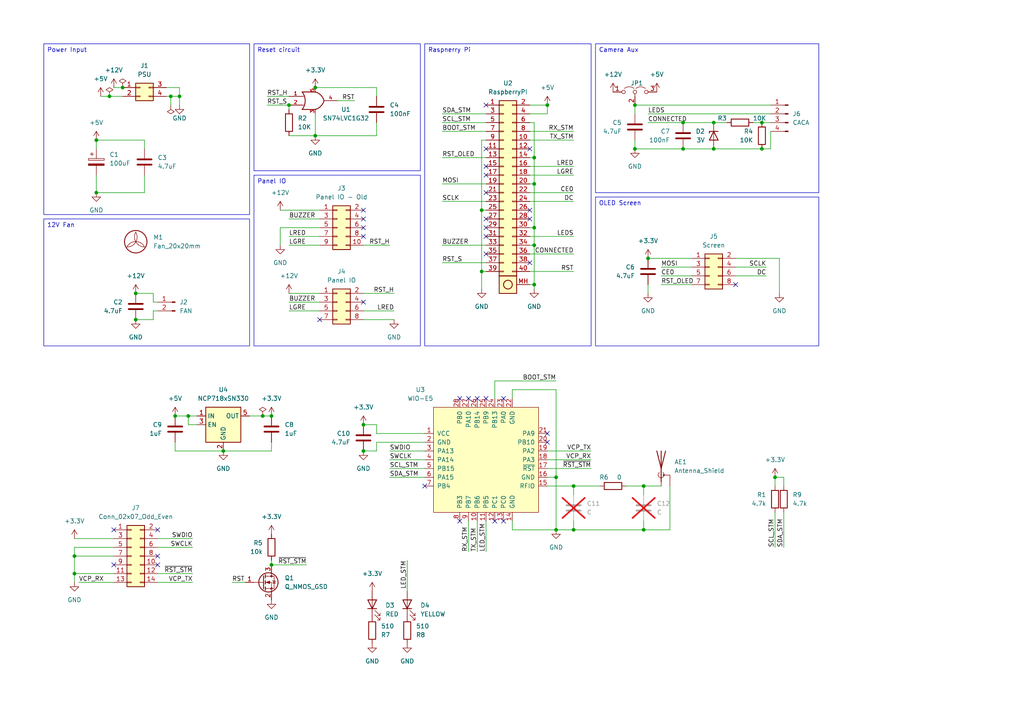
<source format=kicad_sch>
(kicad_sch (version 20230121) (generator eeschema)
  (paper "A4")
  (title_block (title "Carte IO Beacon") (date "2024-03-17") (rev "V3.3"))
  (lib_symbols
    (symbol "ComponentsEvo:Fan_20x20mm" (pin_names (offset 0))
      (property "Reference" "M" (at 0 6.35 0))
      (property "Value" "Fan_20x20mm" (at -6.35 -2.54 0))
    )
    (symbol "ComponentsEvo:RaspberryPI" (pin_names (offset 1.016) hide)
      (property "Reference" "U" (at 0 26.67 0))
      (property "Value" "RaspberryPI" (at 0 -31.75 0))
      (symbol "RaspberryPI_1_1"
        (pin passive line (at -6.35 24.13 0) (length 3.81) (name "Pin_1") (number "1"))
        (pin passive line (at 6.35 13.97 180) (length 3.81) (name "Pin_10") (number "10"))
        (pin passive line (at -6.35 11.43 0) (length 3.81) (name "Pin_11") (number "11"))
        (pin passive line (at 6.35 11.43 180) (length 3.81) (name "Pin_12") (number "12"))
        (pin passive line (at -6.35 8.89 0) (length 3.81) (name "Pin_13") (number "13"))
        (pin passive line (at 6.35 8.89 180) (length 3.81) (name "Pin_14") (number "14"))
        (pin passive line (at -6.35 6.35 0) (length 3.81) (name "Pin_15") (number "15"))
        (pin passive line (at 6.35 6.35 180) (length 3.81) (name "Pin_16") (number "16"))
        (pin passive line (at -6.35 3.81 0) (length 3.81) (name "Pin_17") (number "17"))
        (pin passive line (at 6.35 3.81 180) (length 3.81) (name "Pin_18") (number "18"))
        (pin passive line (at -6.35 1.27 0) (length 3.81) (name "Pin_19") (number "19"))
        (pin passive line (at 6.35 24.13 180) (length 3.81) (name "Pin_2") (number "2"))
        (pin passive line (at 6.35 1.27 180) (length 3.81) (name "Pin_20") (number "20"))
        (pin passive line (at -6.35 -1.27 0) (length 3.81) (name "Pin_21") (number "21"))
        (pin passive line (at 6.35 -1.27 180) (length 3.81) (name "Pin_22") (number "22"))
        (pin passive line (at -6.35 -3.81 0) (length 3.81) (name "Pin_23") (number "23"))
        (pin passive line (at 6.35 -3.81 180) (length 3.81) (name "Pin_24") (number "24"))
        (pin passive line (at -6.35 -6.35 0) (length 3.81) (name "Pin_25") (number "25"))
        (pin passive line (at 6.35 -6.35 180) (length 3.81) (name "Pin_26") (number "26"))
        (pin passive line (at -6.35 -8.89 0) (length 3.81) (name "Pin_27") (number "27"))
        (pin passive line (at 6.35 -8.89 180) (length 3.81) (name "Pin_28") (number "28"))
        (pin passive line (at -6.35 -11.43 0) (length 3.81) (name "Pin_29") (number "29"))
        (pin passive line (at -6.35 21.59 0) (length 3.81) (name "Pin_3") (number "3"))
        (pin passive line (at 6.35 -11.43 180) (length 3.81) (name "Pin_30") (number "30"))
        (pin passive line (at -6.35 -13.97 0) (length 3.81) (name "Pin_31") (number "31"))
        (pin passive line (at 6.35 -13.97 180) (length 3.81) (name "Pin_32") (number "32"))
        (pin passive line (at -6.35 -16.51 0) (length 3.81) (name "Pin_33") (number "33"))
        (pin passive line (at 6.35 -16.51 180) (length 3.81) (name "Pin_34") (number "34"))
        (pin passive line (at -6.35 -19.05 0) (length 3.81) (name "Pin_35") (number "35"))
        (pin passive line (at 6.35 -19.05 180) (length 3.81) (name "Pin_36") (number "36"))
        (pin passive line (at -6.35 -21.59 0) (length 3.81) (name "Pin_37") (number "37"))
        (pin passive line (at 6.35 -21.59 180) (length 3.81) (name "Pin_38") (number "38"))
        (pin passive line (at -6.35 -24.13 0) (length 3.81) (name "Pin_39") (number "39"))
        (pin passive line (at 6.35 21.59 180) (length 3.81) (name "Pin_4") (number "4"))
        (pin passive line (at 6.35 -24.13 180) (length 3.81) (name "Pin_40") (number "40"))
        (pin passive line (at -6.35 19.05 0) (length 3.81) (name "Pin_5") (number "5"))
        (pin passive line (at 6.35 19.05 180) (length 3.81) (name "Pin_6") (number "6"))
        (pin passive line (at -6.35 16.51 0) (length 3.81) (name "Pin_7") (number "7"))
        (pin passive line (at 6.35 16.51 180) (length 3.81) (name "Pin_8") (number "8"))
        (pin passive line (at -6.35 13.97 0) (length 3.81) (name "Pin_9") (number "9"))
        (pin passive line (at 6.35 -27.94 180) (length 3.81) (name "MountingHoles") (number "MH"))
      )
    )
    (symbol "ComponentsEvo:SN74LVC1G32" (pin_names (offset 1.016) hide)
      (property "Reference" "U?" (at -0.635 7.62 0))
      (property "Value" "SN74LVC1G32" (at -0.635 5.08 0))
      (symbol "SN74LVC1G32_1_1"
        (pin input line (at -7.62 1.27 0) (length 3.81) (name "A") (number "1"))
        (pin input line (at -7.62 -1.27 0) (length 3.81) (name "B") (number "2"))
        (pin power_in line (at 0 -3.81 90) (length 1.397) (name "GND") (number "3"))
        (pin output line (at 6.35 0 180) (length 3.81) (name "S") (number "4"))
        (pin power_in line (at 0 3.81 270) (length 1.397) (name "VCC") (number "5"))
      )
    )
    (symbol "ComponentsEvo:WIO-E5" (pin_names (offset 1.016))
      (property "Reference" "U" (at -17.78 21.59 0))
      (property "Value" "WIO-E5" (at -17.78 19.05 0))
      (symbol "WIO-E5_1_1"
        (pin input line (at -17.78 7.62 0) (length 2.54) (name "VCC") (number "1"))
        (pin input line (at -2.54 -17.78 90) (length 2.54) (name "PB6") (number "10"))
        (pin input line (at 0 -17.78 90) (length 2.54) (name "PB5") (number "11"))
        (pin input line (at 2.54 -17.78 90) (length 2.54) (name "PC1") (number "12"))
        (pin input line (at 5.08 -17.78 90) (length 2.54) (name "PC0") (number "13"))
        (pin input line (at 7.62 -17.78 90) (length 2.54) (name "GND") (number "14"))
        (pin input line (at 17.78 -7.62 180) (length 2.54) (name "RFIO") (number "15"))
        (pin input line (at 17.78 -5.08 180) (length 2.54) (name "GND") (number "16"))
        (pin input line (at 17.78 -2.54 180) (length 2.54) (name "~{RST}") (number "17"))
        (pin input line (at 17.78 0 180) (length 2.54) (name "PA3") (number "18"))
        (pin input line (at 17.78 2.54 180) (length 2.54) (name "PA2") (number "19"))
        (pin input line (at -17.78 5.08 0) (length 2.54) (name "GND") (number "2"))
        (pin input line (at 17.78 5.08 180) (length 2.54) (name "PB10") (number "20"))
        (pin input line (at 17.78 7.62 180) (length 2.54) (name "PA9") (number "21"))
        (pin input line (at 7.62 17.78 270) (length 2.54) (name "GND") (number "22"))
        (pin input line (at 5.08 17.78 270) (length 2.54) (name "PA0") (number "23"))
        (pin input line (at 2.54 17.78 270) (length 2.54) (name "PB13~{}") (number "24"))
        (pin input line (at 0 17.78 270) (length 2.54) (name "PB9") (number "25"))
        (pin input line (at -2.54 17.78 270) (length 2.54) (name "PB14") (number "26"))
        (pin input line (at -5.08 17.78 270) (length 2.54) (name "PA10") (number "27"))
        (pin input line (at -7.62 17.78 270) (length 2.54) (name "PB0") (number "28"))
        (pin input line (at -17.78 2.54 0) (length 2.54) (name "PA13") (number "3"))
        (pin input line (at -17.78 0 0) (length 2.54) (name "PA14") (number "4"))
        (pin input line (at -17.78 -2.54 0) (length 2.54) (name "PB15") (number "5"))
        (pin input line (at -17.78 -5.08 0) (length 2.54) (name "PA15") (number "6"))
        (pin input line (at -17.78 -7.62 0) (length 2.54) (name "PB4") (number "7"))
        (pin input line (at -7.62 -17.78 90) (length 2.54) (name "PB3") (number "8"))
        (pin input line (at -5.08 -17.78 90) (length 2.54) (name "PB7") (number "9"))
      )
    )
    (symbol "Connector:Conn_01x02_Pin" (pin_names (offset 1.016) hide)
      (property "Reference" "J" (at 0 2.54 0))
      (property "Value" "Conn_01x02_Pin" (at 0 -5.08 0))
      (symbol "Conn_01x02_Pin_1_1"
        (pin passive line (at 5.08 0 180) (length 3.81) (name "Pin_1") (number "1"))
        (pin passive line (at 5.08 -2.54 180) (length 3.81) (name "Pin_2") (number "2"))
      )
    )
    (symbol "Connector:Conn_01x04_Pin" (pin_names (offset 1.016) hide)
      (property "Reference" "J" (at 0 5.08 0))
      (property "Value" "Conn_01x04_Pin" (at 0 -7.62 0))
      (symbol "Conn_01x04_Pin_1_1"
        (pin passive line (at 5.08 2.54 180) (length 3.81) (name "Pin_1") (number "1"))
        (pin passive line (at 5.08 0 180) (length 3.81) (name "Pin_2") (number "2"))
        (pin passive line (at 5.08 -2.54 180) (length 3.81) (name "Pin_3") (number "3"))
        (pin passive line (at 5.08 -5.08 180) (length 3.81) (name "Pin_4") (number "4"))
      )
    )
    (symbol "Connector_Generic:Conn_02x02_Top_Bottom" (pin_names (offset 1.016) hide)
      (property "Reference" "J" (at 1.27 2.54 0))
      (property "Value" "Conn_02x02_Top_Bottom" (at 1.27 -5.08 0))
      (symbol "Conn_02x02_Top_Bottom_1_1"
        (pin passive line (at -5.08 0 0) (length 3.81) (name "Pin_1") (number "1"))
        (pin passive line (at -5.08 -2.54 0) (length 3.81) (name "Pin_2") (number "2"))
        (pin passive line (at 7.62 0 180) (length 3.81) (name "Pin_3") (number "3"))
        (pin passive line (at 7.62 -2.54 180) (length 3.81) (name "Pin_4") (number "4"))
      )
    )
    (symbol "Connector_Generic:Conn_02x04_Odd_Even" (pin_names (offset 1.016) hide)
      (property "Reference" "J" (at 1.27 5.08 0))
      (property "Value" "Conn_02x04_Odd_Even" (at 1.27 -7.62 0))
      (symbol "Conn_02x04_Odd_Even_1_1"
        (pin passive line (at -5.08 2.54 0) (length 3.81) (name "Pin_1") (number "1"))
        (pin passive line (at 7.62 2.54 180) (length 3.81) (name "Pin_2") (number "2"))
        (pin passive line (at -5.08 0 0) (length 3.81) (name "Pin_3") (number "3"))
        (pin passive line (at 7.62 0 180) (length 3.81) (name "Pin_4") (number "4"))
        (pin passive line (at -5.08 -2.54 0) (length 3.81) (name "Pin_5") (number "5"))
        (pin passive line (at 7.62 -2.54 180) (length 3.81) (name "Pin_6") (number "6"))
        (pin passive line (at -5.08 -5.08 0) (length 3.81) (name "Pin_7") (number "7"))
        (pin passive line (at 7.62 -5.08 180) (length 3.81) (name "Pin_8") (number "8"))
      )
    )
    (symbol "Connector_Generic:Conn_02x05_Odd_Even" (pin_names (offset 1.016) hide)
      (property "Reference" "J" (at 1.27 7.62 0))
      (property "Value" "Conn_02x05_Odd_Even" (at 1.27 -7.62 0))
      (symbol "Conn_02x05_Odd_Even_1_1"
        (pin passive line (at -5.08 5.08 0) (length 3.81) (name "Pin_1") (number "1"))
        (pin passive line (at 7.62 -5.08 180) (length 3.81) (name "Pin_10") (number "10"))
        (pin passive line (at 7.62 5.08 180) (length 3.81) (name "Pin_2") (number "2"))
        (pin passive line (at -5.08 2.54 0) (length 3.81) (name "Pin_3") (number "3"))
        (pin passive line (at 7.62 2.54 180) (length 3.81) (name "Pin_4") (number "4"))
        (pin passive line (at -5.08 0 0) (length 3.81) (name "Pin_5") (number "5"))
        (pin passive line (at 7.62 0 180) (length 3.81) (name "Pin_6") (number "6"))
        (pin passive line (at -5.08 -2.54 0) (length 3.81) (name "Pin_7") (number "7"))
        (pin passive line (at 7.62 -2.54 180) (length 3.81) (name "Pin_8") (number "8"))
        (pin passive line (at -5.08 -5.08 0) (length 3.81) (name "Pin_9") (number "9"))
      )
    )
    (symbol "Connector_Generic:Conn_02x07_Odd_Even" (pin_names (offset 1.016) hide)
      (property "Reference" "J" (at 1.27 10.16 0))
      (property "Value" "Conn_02x07_Odd_Even" (at 1.27 -10.16 0))
      (symbol "Conn_02x07_Odd_Even_1_1"
        (pin passive line (at -5.08 7.62 0) (length 3.81) (name "Pin_1") (number "1"))
        (pin passive line (at 7.62 -2.54 180) (length 3.81) (name "Pin_10") (number "10"))
        (pin passive line (at -5.08 -5.08 0) (length 3.81) (name "Pin_11") (number "11"))
        (pin passive line (at 7.62 -5.08 180) (length 3.81) (name "Pin_12") (number "12"))
        (pin passive line (at -5.08 -7.62 0) (length 3.81) (name "Pin_13") (number "13"))
        (pin passive line (at 7.62 -7.62 180) (length 3.81) (name "Pin_14") (number "14"))
        (pin passive line (at 7.62 7.62 180) (length 3.81) (name "Pin_2") (number "2"))
        (pin passive line (at -5.08 5.08 0) (length 3.81) (name "Pin_3") (number "3"))
        (pin passive line (at 7.62 5.08 180) (length 3.81) (name "Pin_4") (number "4"))
        (pin passive line (at -5.08 2.54 0) (length 3.81) (name "Pin_5") (number "5"))
        (pin passive line (at 7.62 2.54 180) (length 3.81) (name "Pin_6") (number "6"))
        (pin passive line (at -5.08 0 0) (length 3.81) (name "Pin_7") (number "7"))
        (pin passive line (at 7.62 0 180) (length 3.81) (name "Pin_8") (number "8"))
        (pin passive line (at -5.08 -2.54 0) (length 3.81) (name "Pin_9") (number "9"))
      )
    )
    (symbol "Device:Antenna_Shield" (pin_numbers hide) (pin_names (offset 1.016) hide)
      (property "Reference" "AE1" (at 3.81 1.905 0))
      (property "Value" "Antenna_Shield" (at 3.81 -0.635 0))
      (symbol "Antenna_Shield_1_1"
        (pin input line (at 0 -5.08 90) (length 2.54) (name "A") (number "1"))
        (pin input line (at 2.54 -5.08 90) (length 2.54) (name "Shield") (number "2"))
      )
    )
    (symbol "Device:C" (pin_numbers hide) (pin_names (offset 0.254))
      (property "Reference" "C" (at 0.635 2.54 0))
      (property "Value" "C" (at 0.635 -2.54 0))
      (symbol "C_1_1"
        (pin passive line (at 0 3.81 270) (length 2.794) (name "~") (number "1"))
        (pin passive line (at 0 -3.81 90) (length 2.794) (name "~") (number "2"))
      )
    )
    (symbol "Device:C_Polarized" (pin_numbers hide) (pin_names (offset 0.254))
      (property "Reference" "C" (at 0.635 2.54 0))
      (property "Value" "C_Polarized" (at 0.635 -2.54 0))
      (symbol "C_Polarized_1_1"
        (pin passive line (at 0 3.81 270) (length 2.794) (name "~") (number "1"))
        (pin passive line (at 0 -3.81 90) (length 2.794) (name "~") (number "2"))
      )
    )
    (symbol "Device:D_Zener" (pin_numbers hide) (pin_names (offset 1.016) hide)
      (property "Reference" "D" (at 0 2.54 0))
      (property "Value" "D_Zener" (at 0 -2.54 0))
      (symbol "D_Zener_1_1"
        (pin passive line (at -3.81 0 0) (length 2.54) (name "K") (number "1"))
        (pin passive line (at 3.81 0 180) (length 2.54) (name "A") (number "2"))
      )
    )
    (symbol "Device:LED" (pin_numbers hide) (pin_names (offset 1.016) hide)
      (property "Reference" "D" (at 0 2.54 0))
      (property "Value" "LED" (at 0 -2.54 0))
      (symbol "LED_1_1"
        (pin passive line (at -3.81 0 0) (length 2.54) (name "K") (number "1"))
        (pin passive line (at 3.81 0 180) (length 2.54) (name "A") (number "2"))
      )
    )
    (symbol "Device:Q_NMOS_GSD" (pin_names (offset 0) hide)
      (property "Reference" "Q" (at 5.08 1.27 0))
      (property "Value" "Q_NMOS_GSD" (at 5.08 -1.27 0))
      (symbol "Q_NMOS_GSD_1_1"
        (pin input line (at -5.08 0 0) (length 2.54) (name "G") (number "1"))
        (pin passive line (at 2.54 -5.08 90) (length 2.54) (name "S") (number "2"))
        (pin passive line (at 2.54 5.08 270) (length 2.54) (name "D") (number "3"))
      )
    )
    (symbol "Device:R" (pin_numbers hide) (pin_names (offset 0))
      (property "Reference" "R" (at 2.032 0 90))
      (property "Value" "R" (at 0 0 90))
      (symbol "R_1_1"
        (pin passive line (at 0 3.81 270) (length 1.27) (name "~") (number "1"))
        (pin passive line (at 0 -3.81 90) (length 1.27) (name "~") (number "2"))
      )
    )
    (symbol "Jumper:Jumper_3_Open" (pin_names (offset 0) hide)
      (property "Reference" "JP" (at -2.54 -2.54 0))
      (property "Value" "Jumper_3_Open" (at 0 2.794 0))
      (symbol "Jumper_3_Open_1_1"
        (pin passive line (at -6.35 0 0) (length 2.54) (name "A") (number "1"))
        (pin passive line (at 0 -3.81 90) (length 2.54) (name "C") (number "2"))
        (pin passive line (at 6.35 0 180) (length 2.54) (name "B") (number "3"))
      )
    )
    (symbol "Regulator_Linear:NCP718xSN330"
      (property "Reference" "U" (at -3.81 6.35 0))
      (property "Value" "NCP718xSN330" (at 6.35 6.35 0))
      (symbol "NCP718xSN330_0_1"
        (pin power_in line (at -7.62 2.54 0) (length 2.54) (name "IN") (number "1"))
        (pin power_in line (at 0 -7.62 90) (length 2.54) (name "GND") (number "2"))
        (pin input line (at -7.62 0 0) (length 2.54) (name "EN") (number "3"))
        (pin no_connect line (at 5.08 0 180) (length 2.54) hide (name "NC") (number "4"))
        (pin power_out line (at 7.62 2.54 180) (length 2.54) (name "OUT") (number "5"))
      )
    )
    (symbol "power:+12V" (power) (pin_names (offset 0))
      (property "Value" "+12V" (at 0 3.556 0))
      (symbol "+12V_1_1"
        (pin power_in line (at 0 0 90) (length 0) hide (name "+12V") (number "1"))
      )
    )
    (symbol "power:+3.3V" (power) (pin_names (offset 0))
      (property "Value" "+3.3V" (at 0 3.556 0))
      (symbol "+3.3V_1_1"
        (pin power_in line (at 0 0 90) (length 0) hide (name "+3.3V") (number "1"))
      )
    )
    (symbol "power:+5V" (power) (pin_names (offset 0))
      (property "Value" "+5V" (at 0 3.556 0))
      (symbol "+5V_1_1"
        (pin power_in line (at 0 0 90) (length 0) hide (name "+5V") (number "1"))
      )
    )
    (symbol "power:GND" (power) (pin_names (offset 0))
      (property "Value" "GND" (at 0 -3.81 0))
      (symbol "GND_1_1"
        (pin power_in line (at 0 0 270) (length 0) hide (name "GND") (number "1"))
      )
    )
    (symbol "power:PWR_FLAG" (power) (pin_numbers hide) (pin_names (offset 0) hide)
      (property "Value" "PWR_FLAG" (at 0 3.81 0))
      (symbol "PWR_FLAG_0_0"
        (pin power_out line (at 0 0 90) (length 0) (name "pwr") (number "1"))
      )
    )
  )
  (junction (at 21.59 161.29))
  (junction (at 166.37 140.97))
  (junction (at 76.2 120.65))
  (junction (at 187.96 74.93))
  (junction (at 78.74 120.65))
  (junction (at 186.69 140.97))
  (junction (at 52.07 27.94))
  (junction (at 91.44 39.37))
  (junction (at 154.94 71.12))
  (junction (at 50.8 120.65))
  (junction (at 220.98 35.56))
  (junction (at 207.01 35.56))
  (junction (at 166.37 153.67))
  (junction (at 186.69 153.67))
  (junction (at 154.94 45.72))
  (junction (at 154.94 53.34))
  (junction (at 158.75 30.48))
  (junction (at 154.94 82.55))
  (junction (at 49.53 27.94))
  (junction (at 21.59 166.37))
  (junction (at 139.7 60.96))
  (junction (at 91.44 25.4))
  (junction (at 198.12 43.18))
  (junction (at 27.94 55.88))
  (junction (at 161.29 138.43))
  (junction (at 105.41 130.81))
  (junction (at 154.94 66.04))
  (junction (at 64.77 130.81))
  (junction (at 184.15 30.48))
  (junction (at 78.74 163.83))
  (junction (at 31.75 27.94))
  (junction (at 184.15 43.18))
  (junction (at 224.79 138.43))
  (junction (at 220.98 43.18))
  (junction (at 105.41 123.19))
  (junction (at 207.01 43.18))
  (junction (at 27.94 40.64))
  (junction (at 54.61 120.65))
  (junction (at 35.56 25.4))
  (junction (at 161.29 153.67))
  (junction (at 139.7 78.74))
  (junction (at 39.37 92.71))
  (junction (at 83.82 30.48))
  (junction (at 39.37 85.09))
  (junction (at 198.12 35.56))
  (no_connect (at 92.71 92.71))
  (no_connect (at 140.97 73.66))
  (no_connect (at 135.89 115.57))
  (no_connect (at 153.67 60.96))
  (no_connect (at 146.05 115.57))
  (no_connect (at 153.67 76.2))
  (no_connect (at 105.41 60.96))
  (no_connect (at 133.35 151.13))
  (no_connect (at 140.97 66.04))
  (no_connect (at 158.75 128.27))
  (no_connect (at 140.97 43.18))
  (no_connect (at 33.02 163.83))
  (no_connect (at 140.97 68.58))
  (no_connect (at 45.72 161.29))
  (no_connect (at 105.41 87.63))
  (no_connect (at 140.97 63.5))
  (no_connect (at 140.97 55.88))
  (no_connect (at 105.41 66.04))
  (no_connect (at 153.67 43.18))
  (no_connect (at 33.02 153.67))
  (no_connect (at 123.19 140.97))
  (no_connect (at 105.41 68.58))
  (no_connect (at 153.67 63.5))
  (no_connect (at 105.41 63.5))
  (no_connect (at 213.36 82.55))
  (no_connect (at 146.05 151.13))
  (no_connect (at 143.51 151.13))
  (no_connect (at 140.97 50.8))
  (no_connect (at 138.43 115.57))
  (no_connect (at 133.35 115.57))
  (no_connect (at 45.72 163.83))
  (no_connect (at 140.97 115.57))
  (no_connect (at 45.72 153.67))
  (no_connect (at 140.97 48.26))
  (no_connect (at 140.97 30.48))
  (no_connect (at 158.75 125.73))
  (wire (pts (xy 153.67 82.55) (xy 154.94 82.55)))
  (wire (pts (xy 194.31 140.97) (xy 194.31 153.67)))
  (wire (pts (xy 27.94 55.88) (xy 27.94 50.8)))
  (wire (pts (xy 166.37 140.97) (xy 173.99 140.97)))
  (wire (pts (xy 148.59 153.67) (xy 161.29 153.67)))
  (wire (pts (xy 143.51 110.49) (xy 161.29 110.49)))
  (wire (pts (xy 140.97 40.64) (xy 139.7 40.64)))
  (wire (pts (xy 118.11 162.56) (xy 118.11 171.45)))
  (wire (pts (xy 128.27 53.34) (xy 140.97 53.34)))
  (wire (pts (xy 54.61 123.19) (xy 54.61 120.65)))
  (wire (pts (xy 218.44 35.56) (xy 220.98 35.56)))
  (wire (pts (xy 83.82 87.63) (xy 92.71 87.63)))
  (wire (pts (xy 161.29 138.43) (xy 161.29 153.67)))
  (wire (pts (xy 154.94 66.04) (xy 154.94 71.12)))
  (wire (pts (xy 181.61 140.97) (xy 186.69 140.97)))
  (wire (pts (xy 143.51 115.57) (xy 143.51 110.49)))
  (wire (pts (xy 109.22 25.4) (xy 91.44 25.4)))
  (wire (pts (xy 184.15 43.18) (xy 198.12 43.18)))
  (wire (pts (xy 105.41 92.71) (xy 114.3 92.71)))
  (wire (pts (xy 213.36 77.47) (xy 222.25 77.47)))
  (wire (pts (xy 109.22 27.94) (xy 109.22 25.4)))
  (wire (pts (xy 83.82 90.17) (xy 92.71 90.17)))
  (wire (pts (xy 161.29 153.67) (xy 166.37 153.67)))
  (wire (pts (xy 166.37 151.13) (xy 166.37 153.67)))
  (wire (pts (xy 158.75 140.97) (xy 166.37 140.97)))
  (wire (pts (xy 139.7 78.74) (xy 140.97 78.74)))
  (wire (pts (xy 154.94 83.82) (xy 154.94 82.55)))
  (wire (pts (xy 44.45 85.09) (xy 39.37 85.09)))
  (wire (pts (xy 139.7 78.74) (xy 139.7 60.96)))
  (wire (pts (xy 52.07 25.4) (xy 52.07 27.94)))
  (wire (pts (xy 91.44 33.02) (xy 91.44 39.37)))
  (wire (pts (xy 128.27 45.72) (xy 140.97 45.72)))
  (wire (pts (xy 45.72 168.91) (xy 55.88 168.91)))
  (wire (pts (xy 223.52 38.1) (xy 223.52 43.18)))
  (wire (pts (xy 187.96 74.93) (xy 200.66 74.93)))
  (wire (pts (xy 50.8 120.65) (xy 54.61 120.65)))
  (wire (pts (xy 186.69 143.51) (xy 186.69 140.97)))
  (wire (pts (xy 153.67 48.26) (xy 166.37 48.26)))
  (wire (pts (xy 213.36 80.01) (xy 222.25 80.01)))
  (wire (pts (xy 83.82 30.48) (xy 83.82 31.75)))
  (wire (pts (xy 138.43 151.13) (xy 138.43 160.02)))
  (wire (pts (xy 184.15 30.48) (xy 223.52 30.48)))
  (wire (pts (xy 77.47 30.48) (xy 83.82 30.48)))
  (wire (pts (xy 81.28 60.96) (xy 92.71 60.96)))
  (wire (pts (xy 21.59 156.21) (xy 33.02 156.21)))
  (wire (pts (xy 223.52 43.18) (xy 220.98 43.18)))
  (wire (pts (xy 153.67 78.74) (xy 166.37 78.74)))
  (wire (pts (xy 44.45 92.71) (xy 44.45 90.17)))
  (wire (pts (xy 184.15 40.64) (xy 184.15 43.18)))
  (wire (pts (xy 194.31 153.67) (xy 186.69 153.67)))
  (wire (pts (xy 153.67 50.8) (xy 166.37 50.8)))
  (wire (pts (xy 45.72 87.63) (xy 44.45 87.63)))
  (wire (pts (xy 21.59 161.29) (xy 21.59 166.37)))
  (wire (pts (xy 83.82 71.12) (xy 92.71 71.12)))
  (wire (pts (xy 31.75 27.94) (xy 29.21 27.94)))
  (wire (pts (xy 187.96 35.56) (xy 198.12 35.56)))
  (wire (pts (xy 224.79 138.43) (xy 224.79 140.97)))
  (wire (pts (xy 21.59 158.75) (xy 33.02 158.75)))
  (wire (pts (xy 158.75 133.35) (xy 171.45 133.35)))
  (wire (pts (xy 207.01 43.18) (xy 220.98 43.18)))
  (wire (pts (xy 153.67 40.64) (xy 166.37 40.64)))
  (wire (pts (xy 227.33 140.97) (xy 227.33 138.43)))
  (wire (pts (xy 22.86 168.91) (xy 33.02 168.91)))
  (wire (pts (xy 45.72 166.37) (xy 55.88 166.37)))
  (wire (pts (xy 113.03 133.35) (xy 123.19 133.35)))
  (wire (pts (xy 113.03 138.43) (xy 123.19 138.43)))
  (wire (pts (xy 21.59 166.37) (xy 21.59 168.91)))
  (wire (pts (xy 153.67 45.72) (xy 154.94 45.72)))
  (wire (pts (xy 49.53 27.94) (xy 49.53 30.48)))
  (wire (pts (xy 166.37 143.51) (xy 166.37 140.97)))
  (wire (pts (xy 105.41 90.17) (xy 114.3 90.17)))
  (wire (pts (xy 83.82 63.5) (xy 92.71 63.5)))
  (wire (pts (xy 78.74 162.56) (xy 78.74 163.83)))
  (wire (pts (xy 52.07 27.94) (xy 52.07 30.48)))
  (wire (pts (xy 45.72 156.21) (xy 55.88 156.21)))
  (wire (pts (xy 50.8 128.27) (xy 50.8 130.81)))
  (wire (pts (xy 78.74 163.83) (xy 88.9 163.83)))
  (wire (pts (xy 83.82 85.09) (xy 92.71 85.09)))
  (wire (pts (xy 148.59 115.57) (xy 148.59 113.03)))
  (wire (pts (xy 21.59 166.37) (xy 33.02 166.37)))
  (wire (pts (xy 128.27 35.56) (xy 140.97 35.56)))
  (wire (pts (xy 148.59 113.03) (xy 161.29 113.03)))
  (wire (pts (xy 161.29 113.03) (xy 161.29 138.43)))
  (wire (pts (xy 153.67 38.1) (xy 166.37 38.1)))
  (wire (pts (xy 153.67 55.88) (xy 166.37 55.88)))
  (wire (pts (xy 27.94 43.18) (xy 27.94 40.64)))
  (wire (pts (xy 154.94 35.56) (xy 154.94 45.72)))
  (wire (pts (xy 140.97 151.13) (xy 140.97 160.02)))
  (wire (pts (xy 109.22 128.27) (xy 123.19 128.27)))
  (wire (pts (xy 67.31 168.91) (xy 71.12 168.91)))
  (wire (pts (xy 191.77 80.01) (xy 200.66 80.01)))
  (wire (pts (xy 21.59 158.75) (xy 21.59 161.29)))
  (wire (pts (xy 92.71 66.04) (xy 81.28 66.04)))
  (wire (pts (xy 109.22 123.19) (xy 109.22 125.73)))
  (wire (pts (xy 135.89 151.13) (xy 135.89 160.02)))
  (wire (pts (xy 191.77 82.55) (xy 200.66 82.55)))
  (wire (pts (xy 64.77 130.81) (xy 78.74 130.81)))
  (wire (pts (xy 21.59 161.29) (xy 33.02 161.29)))
  (wire (pts (xy 184.15 30.48) (xy 184.15 33.02)))
  (wire (pts (xy 158.75 135.89) (xy 171.45 135.89)))
  (wire (pts (xy 97.79 29.21) (xy 102.87 29.21)))
  (wire (pts (xy 35.56 25.4) (xy 33.02 25.4)))
  (wire (pts (xy 153.67 58.42) (xy 166.37 58.42)))
  (wire (pts (xy 153.67 68.58) (xy 166.37 68.58)))
  (wire (pts (xy 191.77 77.47) (xy 200.66 77.47)))
  (wire (pts (xy 105.41 85.09) (xy 114.3 85.09)))
  (wire (pts (xy 128.27 76.2) (xy 140.97 76.2)))
  (wire (pts (xy 105.41 71.12) (xy 113.03 71.12)))
  (wire (pts (xy 109.22 125.73) (xy 123.19 125.73)))
  (wire (pts (xy 226.06 74.93) (xy 226.06 85.09)))
  (wire (pts (xy 91.44 39.37) (xy 83.82 39.37)))
  (wire (pts (xy 158.75 138.43) (xy 161.29 138.43)))
  (wire (pts (xy 72.39 120.65) (xy 76.2 120.65)))
  (wire (pts (xy 52.07 27.94) (xy 49.53 27.94)))
  (wire (pts (xy 153.67 66.04) (xy 154.94 66.04)))
  (wire (pts (xy 158.75 130.81) (xy 171.45 130.81)))
  (wire (pts (xy 153.67 73.66) (xy 166.37 73.66)))
  (wire (pts (xy 198.12 43.18) (xy 207.01 43.18)))
  (wire (pts (xy 35.56 27.94) (xy 31.75 27.94)))
  (wire (pts (xy 153.67 30.48) (xy 158.75 30.48)))
  (wire (pts (xy 49.53 27.94) (xy 48.26 27.94)))
  (wire (pts (xy 154.94 53.34) (xy 154.94 66.04)))
  (wire (pts (xy 187.96 82.55) (xy 187.96 85.09)))
  (wire (pts (xy 50.8 130.81) (xy 64.77 130.81)))
  (wire (pts (xy 105.41 123.19) (xy 109.22 123.19)))
  (wire (pts (xy 44.45 87.63) (xy 44.45 85.09)))
  (wire (pts (xy 213.36 74.93) (xy 226.06 74.93)))
  (wire (pts (xy 27.94 55.88) (xy 41.91 55.88)))
  (wire (pts (xy 57.15 123.19) (xy 54.61 123.19)))
  (wire (pts (xy 44.45 90.17) (xy 45.72 90.17)))
  (wire (pts (xy 128.27 38.1) (xy 140.97 38.1)))
  (wire (pts (xy 186.69 140.97) (xy 191.77 140.97)))
  (wire (pts (xy 128.27 71.12) (xy 140.97 71.12)))
  (wire (pts (xy 148.59 151.13) (xy 148.59 153.67)))
  (wire (pts (xy 39.37 92.71) (xy 44.45 92.71)))
  (wire (pts (xy 109.22 35.56) (xy 109.22 39.37)))
  (wire (pts (xy 52.07 25.4) (xy 48.26 25.4)))
  (wire (pts (xy 139.7 78.74) (xy 139.7 83.82)))
  (wire (pts (xy 198.12 35.56) (xy 207.01 35.56)))
  (wire (pts (xy 41.91 43.18) (xy 41.91 40.64)))
  (wire (pts (xy 224.79 138.43) (xy 227.33 138.43)))
  (wire (pts (xy 220.98 35.56) (xy 223.52 35.56)))
  (wire (pts (xy 109.22 130.81) (xy 109.22 128.27)))
  (wire (pts (xy 113.03 130.81) (xy 123.19 130.81)))
  (wire (pts (xy 158.75 30.48) (xy 158.75 33.02)))
  (wire (pts (xy 153.67 53.34) (xy 154.94 53.34)))
  (wire (pts (xy 153.67 35.56) (xy 154.94 35.56)))
  (wire (pts (xy 109.22 130.81) (xy 105.41 130.81)))
  (wire (pts (xy 139.7 40.64) (xy 139.7 60.96)))
  (wire (pts (xy 45.72 158.75) (xy 55.88 158.75)))
  (wire (pts (xy 128.27 33.02) (xy 140.97 33.02)))
  (wire (pts (xy 166.37 153.67) (xy 186.69 153.67)))
  (wire (pts (xy 54.61 120.65) (xy 57.15 120.65)))
  (wire (pts (xy 81.28 66.04) (xy 81.28 71.12)))
  (wire (pts (xy 78.74 130.81) (xy 78.74 128.27)))
  (wire (pts (xy 27.94 40.64) (xy 41.91 40.64)))
  (wire (pts (xy 83.82 68.58) (xy 92.71 68.58)))
  (wire (pts (xy 41.91 50.8) (xy 41.91 55.88)))
  (wire (pts (xy 76.2 120.65) (xy 78.74 120.65)))
  (wire (pts (xy 154.94 45.72) (xy 154.94 53.34)))
  (wire (pts (xy 109.22 39.37) (xy 91.44 39.37)))
  (wire (pts (xy 153.67 33.02) (xy 158.75 33.02)))
  (wire (pts (xy 128.27 58.42) (xy 140.97 58.42)))
  (wire (pts (xy 154.94 71.12) (xy 154.94 82.55)))
  (wire (pts (xy 153.67 71.12) (xy 154.94 71.12)))
  (wire (pts (xy 186.69 151.13) (xy 186.69 153.67)))
  (wire (pts (xy 187.96 33.02) (xy 223.52 33.02)))
  (wire (pts (xy 227.33 158.75) (xy 227.33 148.59)))
  (wire (pts (xy 77.47 27.94) (xy 83.82 27.94)))
  (wire (pts (xy 207.01 35.56) (xy 210.82 35.56)))
  (wire (pts (xy 113.03 135.89) (xy 123.19 135.89)))
  (wire (pts (xy 139.7 60.96) (xy 140.97 60.96)))
  (wire (pts (xy 224.79 158.75) (xy 224.79 148.59)))
  (text_box "Reset circuit" (at 73.66 12.7 0) (size 48.26 36.83) (effects (font (size 1.27 1.27)) (justify left top)))
  (text_box "Camera Aux" (at 172.72 12.7 0) (size 64.77 43.18) (effects (font (size 1.27 1.27)) (justify left top)))
  (text_box "12V Fan" (at 12.7 63.5 0) (size 59.69 36.83) (effects (font (size 1.27 1.27)) (justify left top)))
  (text_box "Power Input" (at 12.7 12.7 0) (size 59.69 49.53) (effects (font (size 1.27 1.27)) (justify left top)))
  (text_box "OLED Screen" (at 172.72 57.15 0) (size 64.77 43.18) (effects (font (size 1.27 1.27)) (justify left top)))
  (text_box "Panel IO" (at 73.66 50.8 0) (size 48.26 49.53) (effects (font (size 1.27 1.27)) (justify left top)))
  (text_box "Raspnerry Pi" (at 123.19 12.7 0) (size 48.26 87.63) (effects (font (size 1.27 1.27)) (justify left top)))
  (label "LED_STM" (at 140.97 160.02 90))
  (label "LEDS" (at 187.96 33.02 0))
  (label "LGRE" (at 83.82 71.12 0))
  (label "LGRE" (at 83.82 90.17 0))
  (label "VCP_TX" (at 171.45 130.81 180))
  (label "RST_H" (at 114.3 85.09 180))
  (label "CONNECTED" (at 166.37 73.66 180))
  (label "RST_OLED" (at 128.27 45.72 0))
  (label "RX_STM" (at 166.37 38.1 180))
  (label "LED_STM" (at 118.11 162.56 270))
  (label "BUZZER" (at 83.82 87.63 0))
  (label "SDA_STM" (at 128.27 33.02 0))
  (label "SCL_STM" (at 128.27 35.56 0))
  (label "SDA_STM" (at 113.03 138.43 0))
  (label "BUZZER" (at 128.27 71.12 0))
  (label "SCL_STM" (at 113.03 135.89 0))
  (label "LRED" (at 166.37 48.26 180))
  (label "RST" (at 166.37 78.74 180))
  (label "MOSI" (at 191.77 77.47 0))
  (label "VCP_RX" (at 171.45 133.35 180))
  (label "DC" (at 222.25 80.01 180))
  (label "RX_STM" (at 135.89 160.02 90))
  (label "LGRE" (at 166.37 50.8 180))
  (label "RST" (at 67.31 168.91 0))
  (label "VCP_TX" (at 55.88 168.91 180))
  (label "RST" (at 102.87 29.21 180))
  (label "BOOT_STM" (at 161.29 110.49 180))
  (label "BOOT_STM" (at 128.27 38.1 0))
  (label "VCP_RX" (at 22.86 168.91 0))
  (label "RST_H" (at 77.47 27.94 0))
  (label "SWCLK" (at 113.03 133.35 0))
  (label "SCLK" (at 222.25 77.47 180))
  (label "SWDIO" (at 55.88 156.21 180))
  (label "RST_S" (at 77.47 30.48 0))
  (label "SWCLK" (at 55.88 158.75 180))
  (label "RST_S" (at 128.27 76.2 0))
  (label "SCL_STM" (at 224.79 158.75 90))
  (label "CONNECTED" (at 187.96 35.56 0))
  (label "SDA_STM" (at 227.33 158.75 90))
  (label "MOSI" (at 128.27 53.34 0))
  (label "LEDS" (at 166.37 68.58 180))
  (label "RST_H" (at 113.03 71.12 180))
  (label "RST_OLED" (at 191.77 82.55 0))
  (label "TX_STM" (at 166.37 40.64 180))
  (label "CE0" (at 166.37 55.88 180))
  (label "SWDIO" (at 113.03 130.81 0))
  (label "BUZZER" (at 83.82 63.5 0))
  (label "LRED" (at 114.3 90.17 180))
  (label "~{RST_STM}" (at 88.9 163.83 180))
  (label "TX_STM" (at 138.43 160.02 90))
  (label "CE0" (at 191.77 80.01 0))
  (label "~{RST_STM}" (at 171.45 135.89 180))
  (label "SCLK" (at 128.27 58.42 0))
  (label "LRED" (at 83.82 68.58 0))
  (label "DC" (at 166.37 58.42 180))
  (label "~{RST_STM}" (at 55.88 166.37 180))
  (symbol (lib_id "power:PWR_FLAG") (at 35.56 25.4 0) (mirror y) (unit 1)
    (property "Reference" "#FLG02" (effects hide))
    (property "Value" "PWR_FLAG" (effects hide))
  )
  (symbol (lib_id "power:+5V") (at 27.94 40.64 0) (unit 1)
    (property "Reference" "#PWR01" (effects hide))
    (property "Value" "+5V" (at 27.94 35.56 0))
  )
  (symbol (lib_id "power:+5V") (at 29.21 27.94 0) (mirror y) (unit 1)
    (property "Reference" "#PWR03" (effects hide))
    (property "Value" "+5V" (at 29.21 22.86 0))
  )
  (symbol (lib_id "Connector:Conn_01x04_Pin") (at 228.6 33.02 0) (mirror y) (unit 1)
    (property "Reference" "J6" (at 229.87 33.02 0) (effects (justify right)))
    (property "Value" "CACA" (at 229.87 35.56 0) (effects (justify right)))
    (property "Footprint" "ConnectorsEvo:S04B-PASK" (effects hide))
  )
  (symbol (lib_id "Connector_Generic:Conn_02x04_Odd_Even") (at 97.79 87.63 0) (unit 1)
    (property "Reference" "J4" (at 99.06 78.74 0))
    (property "Value" "Panel IO" (at 99.06 81.28 0))
    (property "Footprint" "ConnectorsEvo:690367280876" (effects hide))
  )
  (symbol (lib_id "Device:C") (at 41.91 46.99 180) (unit 1)
    (property "Reference" "C3" (at 45.72 45.7199 0) (effects (justify right)))
    (property "Value" "4.7uF" (at 45.72 48.2599 0) (effects (justify right)))
    (property "Footprint" "Capacitor_SMD:C_0603_1608Metric" (effects hide))
  )
  (symbol (lib_id "power:GND") (at 91.44 39.37 0) (unit 1)
    (property "Reference" "#PWR012" (effects hide))
    (property "Value" "GND" (at 91.44 44.45 0))
  )
  (symbol (lib_id "power:+12V") (at 177.8 26.67 0) (unit 1)
    (property "Reference" "#PWR018" (effects hide))
    (property "Value" "+12V" (at 177.8 21.59 0))
  )
  (symbol (lib_id "power:+3.3V") (at 21.59 156.21 0) (unit 1)
    (property "Reference" "#PWR024" (effects hide))
    (property "Value" "+3.3V" (at 21.59 151.13 0))
  )
  (symbol (lib_id "power:GND") (at 187.96 85.09 0) (mirror y) (unit 1)
    (property "Reference" "#PWR021" (effects hide))
    (property "Value" "GND" (at 187.96 90.17 0))
  )
  (symbol (lib_id "Device:LED") (at 118.11 175.26 90) (unit 1)
    (property "Reference" "D4" (at 121.92 175.5775 90) (effects (justify right)))
    (property "Value" "YELLOW" (at 121.92 178.1175 90) (effects (justify right)))
  )
  (symbol (lib_id "Device:C") (at 39.37 88.9 0) (mirror x) (unit 1)
    (property "Reference" "C2" (at 35.56 87.6299 0) (effects (justify right)))
    (property "Value" "4.7uF" (at 35.56 90.1699 0) (effects (justify right)))
    (property "Footprint" "Capacitor_SMD:C_0603_1608Metric" (effects hide))
  )
  (symbol (lib_id "power:+5V") (at 50.8 120.65 0) (mirror y) (unit 1)
    (property "Reference" "#PWR028" (effects hide))
    (property "Value" "+5V" (at 50.8 115.57 0))
  )
  (symbol (lib_id "Device:R") (at 214.63 35.56 90) (mirror x) (unit 1)
    (property "Reference" "R3" (at 210.82 34.29 90) (effects (justify left)))
    (property "Value" "10K" (at 222.25 34.29 90) (effects (justify left)))
    (property "Footprint" "Resistor_SMD:R_0603_1608Metric" (effects hide))
  )
  (symbol (lib_id "power:PWR_FLAG") (at 31.75 27.94 0) (mirror y) (unit 1)
    (property "Reference" "#FLG01" (effects hide))
    (property "Value" "PWR_FLAG" (effects hide))
  )
  (symbol (lib_id "Device:R") (at 227.33 144.78 0) (mirror y) (unit 1)
    (property "Reference" "R9" (at 229.87 143.51 0) (effects (justify right)))
    (property "Value" "4.7k" (at 229.87 146.05 0) (effects (justify right)))
  )
  (symbol (lib_id "power:GND") (at 184.15 43.18 0) (mirror y) (unit 1)
    (property "Reference" "#PWR019" (effects hide))
    (property "Value" "GND" (at 184.15 48.26 0))
  )
  (symbol (lib_id "power:GND") (at 27.94 55.88 0) (unit 1)
    (property "Reference" "#PWR02" (effects hide))
    (property "Value" "GND" (at 27.94 60.96 0))
  )
  (symbol (lib_id "Jumper:Jumper_3_Open") (at 184.15 26.67 0) (unit 1)
    (property "Reference" "JP1" (at 182.88 24.13 0) (effects (justify left)))
    (property "Value" "Jumper_3_Open" (effects hide))
    (property "Footprint" "Connector_PinHeader_2.54mm:PinHeader_1x03_P2.54mm_Vertical" (effects hide))
  )
  (symbol (lib_id "Device:R") (at 118.11 182.88 180) (unit 1)
    (property "Reference" "R8" (at 120.65 184.15 0) (effects (justify right)))
    (property "Value" "510" (at 120.65 181.61 0) (effects (justify right)))
  )
  (symbol (lib_id "Device:D_Zener") (at 207.01 39.37 90) (mirror x) (unit 1)
    (property "Reference" "D2" (at 204.47 38.1 90) (effects (justify left)))
    (property "Value" "3V" (at 204.47 40.64 90) (effects (justify left)))
    (property "Footprint" "Diode_SMD:D_SOD-523" (effects hide))
  )
  (symbol (lib_id "power:GND") (at 226.06 85.09 0) (mirror y) (unit 1)
    (property "Reference" "#PWR023" (effects hide))
    (property "Value" "GND" (at 226.06 90.17 0))
  )
  (symbol (lib_id "power:GND") (at 78.74 173.99 0) (unit 1)
    (property "Reference" "#PWR026" (effects hide))
    (property "Value" "GND" (at 78.74 179.07 0))
  )
  (symbol (lib_id "Connector_Generic:Conn_02x04_Odd_Even") (at 205.74 77.47 0) (unit 1)
    (property "Reference" "J5" (at 207.01 68.58 0))
    (property "Value" "Screen" (at 207.01 71.12 0))
    (property "Footprint" "ConnectorsEvo:690367280876" (effects hide))
  )
  (symbol (lib_id "power:+3.3V") (at 187.96 74.93 0) (unit 1)
    (property "Reference" "#PWR020" (effects hide))
    (property "Value" "+3.3V" (at 187.96 69.85 0))
  )
  (symbol (lib_id "ComponentsEvo:WIO-E5") (at 140.97 133.35 0) (unit 1)
    (property "Reference" "U3" (at 121.92 113.03 0))
    (property "Value" "WIO-E5" (at 121.92 115.57 0))
    (property "Footprint" "ComponentsEvo:WIO-E5" (effects hide))
    (property "Datasheet" "https://files.seeedstudio.com/products/317990687/res/LoRa-E5%20module%20datasheet_V1.1.pdf" (effects hide))
  )
  (symbol (lib_id "Device:LED") (at 107.95 175.26 90) (unit 1)
    (property "Reference" "D3" (at 111.76 175.5775 90) (effects (justify right)))
    (property "Value" "RED" (at 111.76 178.1175 90) (effects (justify right)))
  )
  (symbol (lib_id "Device:C") (at 186.69 147.32 180) (unit 1) (in_bom no) (dnp yes)
    (property "Reference" "C12" (at 190.5 146.0499 0) (effects (justify right)))
    (property "Value" "C" (at 190.5 148.5899 0) (effects (justify right)))
    (property "Footprint" "Capacitor_SMD:C_0603_1608Metric" (effects hide))
  )
  (symbol (lib_id "power:+3.3V") (at 224.79 138.43 0) (unit 1)
    (property "Reference" "#PWR037" (effects hide))
    (property "Value" "+3.3V" (at 224.79 133.35 0))
  )
  (symbol (lib_id "ComponentsEvo:RaspberryPI") (at 147.32 54.61 0) (unit 1)
    (property "Reference" "U2" (at 147.32 24.13 0))
    (property "Value" "RaspberryPI" (at 147.32 26.67 0))
    (property "Footprint" "ComponentsEvo:Shield_Raspberry_Pi_with_11mm_Header" (effects hide))
  )
  (symbol (lib_id "power:PWR_FLAG") (at 76.2 120.65 0) (unit 1)
    (property "Reference" "#FLG04" (effects hide))
    (property "Value" "PWR_FLAG" (effects hide))
  )
  (symbol (lib_id "power:GND") (at 154.94 83.82 0) (unit 1)
    (property "Reference" "#PWR016" (effects hide))
    (property "Value" "GND" (at 154.94 88.9 0))
  )
  (symbol (lib_id "power:+5V") (at 158.75 30.48 0) (unit 1)
    (property "Reference" "#PWR017" (effects hide))
    (property "Value" "+5V" (at 158.75 25.4 0))
  )
  (symbol (lib_id "power:GND") (at 107.95 186.69 0) (unit 1)
    (property "Reference" "#PWR035" (effects hide))
    (property "Value" "GND" (at 107.95 191.77 0))
  )
  (symbol (lib_id "ComponentsEvo:Fan_20x20mm") (at 39.37 71.12 0) (unit 1)
    (property "Reference" "M1" (at 44.45 68.8339 0) (effects (justify left)))
    (property "Value" "Fan_20x20mm" (at 44.45 71.3739 0) (effects (justify left)))
    (property "Footprint" "ComponentsEvo:20x20x10_DC_FAN" (effects hide))
  )
  (symbol (lib_id "power:GND") (at 161.29 153.67 0) (unit 1)
    (property "Reference" "#PWR034" (effects hide))
    (property "Value" "GND" (at 161.29 158.75 0))
  )
  (symbol (lib_id "Device:C") (at 50.8 124.46 0) (mirror x) (unit 1)
    (property "Reference" "C9" (at 46.99 123.1899 0) (effects (justify right)))
    (property "Value" "1uF" (at 46.99 125.7299 0) (effects (justify right)))
    (property "Footprint" "Capacitor_SMD:C_0603_1608Metric" (effects hide))
  )
  (symbol (lib_id "Device:R") (at 78.74 158.75 0) (unit 1)
    (property "Reference" "R5" (at 76.2 157.48 0) (effects (justify right)))
    (property "Value" "10k" (at 76.2 160.02 0) (effects (justify right)))
  )
  (symbol (lib_id "power:PWR_FLAG") (at 49.53 30.48 0) (mirror x) (unit 1)
    (property "Reference" "#FLG03" (effects hide))
    (property "Value" "PWR_FLAG" (effects hide))
  )
  (symbol (lib_id "Connector_Generic:Conn_02x07_Odd_Even") (at 38.1 161.29 0) (unit 1)
    (property "Reference" "J7" (at 39.37 147.32 0))
    (property "Value" "Conn_02x07_Odd_Even" (at 39.37 149.86 0))
  )
  (symbol (lib_id "Device:C") (at 78.74 124.46 180) (unit 1)
    (property "Reference" "C8" (at 82.55 123.1899 0) (effects (justify right)))
    (property "Value" "1uF" (at 82.55 125.7299 0) (effects (justify right)))
    (property "Footprint" "Capacitor_SMD:C_0603_1608Metric" (effects hide))
  )
  (symbol (lib_id "power:+12V") (at 81.28 60.96 0) (unit 1)
    (property "Reference" "#PWR08" (effects hide))
    (property "Value" "+12V" (at 81.28 55.88 0))
  )
  (symbol (lib_id "Connector:Conn_01x02_Pin") (at 50.8 87.63 0) (mirror y) (unit 1)
    (property "Reference" "J2" (at 52.07 87.63 0) (effects (justify right)))
    (property "Value" "FAN" (at 52.07 90.17 0) (effects (justify right)))
    (property "Footprint" "ConnectorsEvo:B02B-PASK" (effects hide))
  )
  (symbol (lib_id "power:+12V") (at 39.37 85.09 0) (unit 1)
    (property "Reference" "#PWR05" (effects hide))
    (property "Value" "+12V" (at 39.37 80.01 0))
  )
  (symbol (lib_id "power:GND") (at 64.77 130.81 0) (unit 1)
    (property "Reference" "#PWR014" (effects hide))
    (property "Value" "GND" (at 64.77 135.89 0))
  )
  (symbol (lib_id "power:GND") (at 81.28 71.12 0) (unit 1)
    (property "Reference" "#PWR09" (effects hide))
    (property "Value" "GND" (at 81.28 76.2 0))
  )
  (symbol (lib_id "Device:R") (at 224.79 144.78 0) (unit 1)
    (property "Reference" "R1" (at 222.25 143.51 0) (effects (justify right)))
    (property "Value" "4.7k" (at 222.25 146.05 0) (effects (justify right)))
  )
  (symbol (lib_id "Device:C") (at 166.37 147.32 180) (unit 1) (in_bom no) (dnp yes)
    (property "Reference" "C11" (at 170.18 146.0499 0) (effects (justify right)))
    (property "Value" "C" (at 170.18 148.5899 0) (effects (justify right)))
    (property "Footprint" "Capacitor_SMD:C_0603_1608Metric" (effects hide))
  )
  (symbol (lib_id "power:+3.3V") (at 105.41 123.19 0) (unit 1)
    (property "Reference" "#PWR032" (effects hide))
    (property "Value" "+3.3V" (at 105.41 118.11 0))
  )
  (symbol (lib_id "Device:R") (at 220.98 39.37 0) (mirror y) (unit 1)
    (property "Reference" "R4" (at 218.44 38.0999 0) (effects (justify left)))
    (property "Value" "10K" (at 218.44 40.6399 0) (effects (justify left)))
    (property "Footprint" "Resistor_SMD:R_0603_1608Metric" (effects hide))
  )
  (symbol (lib_id "power:GND") (at 114.3 92.71 0) (unit 1)
    (property "Reference" "#PWR013" (effects hide))
    (property "Value" "GND" (at 114.3 97.79 0))
  )
  (symbol (lib_id "ComponentsEvo:SN74LVC1G32") (at 91.44 29.21 0) (unit 1)
    (property "Reference" "U1" (at 100.33 31.75 0))
    (property "Value" "SN74LVC1G32" (at 100.33 34.29 0))
    (property "Footprint" "Package_TO_SOT_SMD:SOT-23-5" (effects hide))
  )
  (symbol (lib_id "power:GND") (at 52.07 30.48 0) (mirror y) (unit 1)
    (property "Reference" "#PWR07" (effects hide))
    (property "Value" "GND" (at 52.07 34.29 0))
  )
  (symbol (lib_id "Device:R") (at 177.8 140.97 270) (unit 1)
    (property "Reference" "R6" (at 176.53 138.43 90) (effects (justify right)))
    (property "Value" "0" (at 180.34 138.43 90) (effects (justify right)))
  )
  (symbol (lib_id "Device:C") (at 198.12 39.37 0) (mirror x) (unit 1)
    (property "Reference" "C7" (at 194.31 38.0999 0) (effects (justify right)))
    (property "Value" "100nF" (at 194.31 40.6399 0) (effects (justify right)))
    (property "Footprint" "Capacitor_SMD:C_0603_1608Metric" (effects hide))
  )
  (symbol (lib_id "Connector_Generic:Conn_02x05_Odd_Even") (at 97.79 66.04 0) (unit 1)
    (property "Reference" "J3" (at 99.06 54.61 0))
    (property "Value" "Panel IO - Old" (at 99.06 57.15 0))
    (property "Footprint" "ConnectorsEvo:690367281076" (effects hide))
  )
  (symbol (lib_id "Device:C") (at 184.15 36.83 0) (mirror x) (unit 1)
    (property "Reference" "C5" (at 180.34 35.5599 0) (effects (justify right)))
    (property "Value" "4.7uF" (at 180.34 38.0999 0) (effects (justify right)))
    (property "Footprint" "Capacitor_SMD:C_0603_1608Metric" (effects hide))
  )
  (symbol (lib_id "power:GND") (at 21.59 168.91 0) (unit 1)
    (property "Reference" "#PWR025" (effects hide))
    (property "Value" "GND" (at 21.59 173.99 0))
  )
  (symbol (lib_id "Device:Antenna_Shield") (at 191.77 135.89 0) (unit 1)
    (property "Reference" "AE1" (at 195.58 133.985 0) (effects (justify left)))
    (property "Value" "Antenna_Shield" (at 195.58 136.525 0) (effects (justify left)))
    (property "Footprint" "ConnectorsEvo:636101111001" (effects hide))
  )
  (symbol (lib_id "power:+12V") (at 33.02 25.4 0) (mirror y) (unit 1)
    (property "Reference" "#PWR04" (effects hide))
    (property "Value" "+12V" (at 33.02 20.32 0))
  )
  (symbol (lib_id "Regulator_Linear:NCP718xSN330") (at 64.77 123.19 0) (unit 1)
    (property "Reference" "U4" (at 64.77 113.03 0))
    (property "Value" "NCP718xSN330" (at 64.77 115.57 0))
    (property "Footprint" "Package_TO_SOT_SMD:SOT-23-5" (effects hide))
    (property "Datasheet" "https://www.onsemi.com/pub/Collateral/NCP718-D.PDF" (effects hide))
  )
  (symbol (lib_id "Device:C") (at 187.96 78.74 0) (mirror x) (unit 1)
    (property "Reference" "C6" (at 184.15 77.4699 0) (effects (justify right)))
    (property "Value" "4.7uF" (at 184.15 80.0099 0) (effects (justify right)))
    (property "Footprint" "Capacitor_SMD:C_0603_1608Metric" (effects hide))
  )
  (symbol (lib_id "Device:C_Polarized") (at 27.94 46.99 0) (unit 1)
    (property "Reference" "C1" (at 31.75 44.8309 0) (effects (justify left)))
    (property "Value" "100uF" (at 31.75 47.3709 0) (effects (justify left)))
    (property "Footprint" "Capacitor_SMD:CP_Elec_6.3x7.7" (effects hide))
  )
  (symbol (lib_id "Device:C") (at 105.41 127 0) (mirror x) (unit 1)
    (property "Reference" "C10" (at 101.6 125.7299 0) (effects (justify right)))
    (property "Value" "4.7uF" (at 101.6 128.2699 0) (effects (justify right)))
    (property "Footprint" "Capacitor_SMD:C_0603_1608Metric" (effects hide))
  )
  (symbol (lib_id "Device:C") (at 109.22 31.75 180) (unit 1)
    (property "Reference" "C4" (at 113.03 30.4799 0) (effects (justify right)))
    (property "Value" "100nF" (at 113.03 33.0199 0) (effects (justify right)))
    (property "Footprint" "Capacitor_SMD:C_0603_1608Metric" (effects hide))
  )
  (symbol (lib_id "Device:Q_NMOS_GSD") (at 76.2 168.91 0) (unit 1)
    (property "Reference" "Q1" (at 82.55 167.64 0) (effects (justify left)))
    (property "Value" "Q_NMOS_GSD" (at 82.55 170.18 0) (effects (justify left)))
  )
  (symbol (lib_id "power:+3.3V") (at 107.95 171.45 0) (unit 1)
    (property "Reference" "#PWR036" (effects hide))
    (property "Value" "+3.3V" (at 107.95 166.37 0))
  )
  (symbol (lib_id "power:GND") (at 118.11 186.69 0) (unit 1)
    (property "Reference" "#PWR038" (effects hide))
    (property "Value" "GND" (at 118.11 191.77 0))
  )
  (symbol (lib_id "power:+3.3V") (at 78.74 154.94 0) (unit 1)
    (property "Reference" "#PWR027" (effects hide))
    (property "Value" "+3.3V" (at 78.74 149.86 0))
  )
  (symbol (lib_id "power:+12V") (at 83.82 85.09 0) (unit 1)
    (property "Reference" "#PWR010" (effects hide))
    (property "Value" "+12V" (at 83.82 80.01 0))
  )
  (symbol (lib_id "power:GND") (at 105.41 130.81 0) (unit 1)
    (property "Reference" "#PWR031" (effects hide))
    (property "Value" "GND" (at 105.41 135.89 0))
  )
  (symbol (lib_id "power:+3.3V") (at 78.74 120.65 0) (unit 1)
    (property "Reference" "#PWR029" (effects hide))
    (property "Value" "+3.3V" (at 78.74 115.57 0))
  )
  (symbol (lib_id "power:GND") (at 39.37 92.71 0) (unit 1)
    (property "Reference" "#PWR06" (effects hide))
    (property "Value" "GND" (at 39.37 97.79 0))
  )
  (symbol (lib_id "Device:R") (at 107.95 182.88 180) (unit 1)
    (property "Reference" "R7" (at 110.49 184.15 0) (effects (justify right)))
    (property "Value" "510" (at 110.49 181.61 0) (effects (justify right)))
  )
  (symbol (lib_id "power:+5V") (at 190.5 26.67 0) (unit 1)
    (property "Reference" "#PWR022" (effects hide))
    (property "Value" "+5V" (at 190.5 21.59 0))
  )
  (symbol (lib_id "power:+3.3V") (at 91.44 25.4 0) (unit 1)
    (property "Reference" "#PWR011" (effects hide))
    (property "Value" "+3.3V" (at 91.44 20.32 0))
  )
  (symbol (lib_id "power:GND") (at 139.7 83.82 0) (unit 1)
    (property "Reference" "#PWR015" (effects hide))
    (property "Value" "GND" (at 139.7 88.9 0))
  )
  (symbol (lib_id "Device:R") (at 83.82 35.56 0) (unit 1)
    (property "Reference" "R2" (at 86.36 34.2899 0) (effects (justify left)))
    (property "Value" "10K" (at 86.36 36.8299 0) (effects (justify left)))
    (property "Footprint" "Resistor_SMD:R_0603_1608Metric" (effects hide))
  )
  (symbol (lib_id "Connector_Generic:Conn_02x02_Top_Bottom") (at 40.64 25.4 0) (unit 1)
    (property "Reference" "J1" (at 41.91 19.05 0))
    (property "Value" "PSU" (at 41.91 21.59 0))
    (property "Footprint" "ConnectorsEvo:66200421022" (effects hide))
  )
)
</source>
